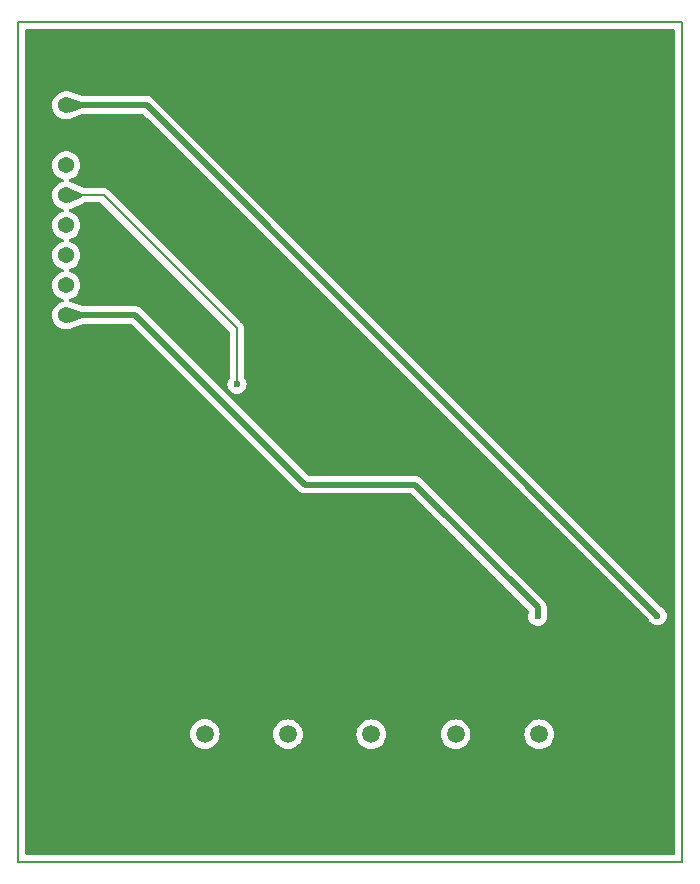
<source format=gbr>
%TF.GenerationSoftware,KiCad,Pcbnew,8.0.4*%
%TF.CreationDate,2024-09-18T19:09:23-07:00*%
%TF.ProjectId,ptpe_pcb,70747065-5f70-4636-922e-6b696361645f,rev?*%
%TF.SameCoordinates,Original*%
%TF.FileFunction,Copper,L2,Bot*%
%TF.FilePolarity,Positive*%
%FSLAX46Y46*%
G04 Gerber Fmt 4.6, Leading zero omitted, Abs format (unit mm)*
G04 Created by KiCad (PCBNEW 8.0.4) date 2024-09-18 19:09:23*
%MOMM*%
%LPD*%
G01*
G04 APERTURE LIST*
%TA.AperFunction,NonConductor*%
%ADD10C,0.200000*%
%TD*%
%TA.AperFunction,ComponentPad*%
%ADD11R,1.498000X1.498000*%
%TD*%
%TA.AperFunction,ComponentPad*%
%ADD12C,1.498000*%
%TD*%
%TA.AperFunction,ComponentPad*%
%ADD13C,1.370000*%
%TD*%
%TA.AperFunction,ViaPad*%
%ADD14C,0.600000*%
%TD*%
%TA.AperFunction,Conductor*%
%ADD15C,0.200000*%
%TD*%
%TA.AperFunction,Conductor*%
%ADD16C,0.500000*%
%TD*%
G04 APERTURE END LIST*
D10*
X105805000Y-54850000D02*
X162045000Y-54850000D01*
X162045000Y-125950000D01*
X105805000Y-125950000D01*
X105805000Y-54850000D01*
D11*
%TO.P,Misc. 1,1*%
%TO.N,GND*%
X117140000Y-121635000D03*
D12*
%TO.P,Misc. 1,2*%
X117140000Y-115135000D03*
%TO.P,Misc. 1,3*%
X121640000Y-121635000D03*
%TO.P,Misc. 1,4*%
%TO.N,Net-(Pico1-GPIO16)*%
X121640000Y-115135000D03*
%TD*%
D11*
%TO.P,Left/Down,1*%
%TO.N,GND*%
X124170000Y-121645000D03*
D12*
%TO.P,Left/Down,2*%
X124170000Y-115145000D03*
%TO.P,Left/Down,3*%
X128670000Y-121645000D03*
%TO.P,Left/Down,4*%
%TO.N,Net-(Pico1-GPIO17)*%
X128670000Y-115145000D03*
%TD*%
D11*
%TO.P,Right/Up,1*%
%TO.N,GND*%
X138370000Y-121650000D03*
D12*
%TO.P,Right/Up,2*%
X138370000Y-115150000D03*
%TO.P,Right/Up,3*%
X142870000Y-121650000D03*
%TO.P,Right/Up,4*%
%TO.N,Net-(Pico1-GPIO19)*%
X142870000Y-115150000D03*
%TD*%
D11*
%TO.P,Select,1*%
%TO.N,GND*%
X131220000Y-121650000D03*
D12*
%TO.P,Select,2*%
X131220000Y-115150000D03*
%TO.P,Select,3*%
X135720000Y-121650000D03*
%TO.P,Select,4*%
%TO.N,Net-(Pico1-GPIO18)*%
X135720000Y-115150000D03*
%TD*%
D11*
%TO.P,Misc. 2,1*%
%TO.N,GND*%
X145450000Y-121650000D03*
D12*
%TO.P,Misc. 2,2*%
X145450000Y-115150000D03*
%TO.P,Misc. 2,3*%
X149950000Y-121650000D03*
%TO.P,Misc. 2,4*%
%TO.N,Net-(Pico1-GPIO20)*%
X149950000Y-115150000D03*
%TD*%
D13*
%TO.P,REF\u002A\u002A,01*%
%TO.N,+5V*%
X109900000Y-61910000D03*
%TO.P,REF\u002A\u002A,02*%
%TO.N,GND*%
X109900000Y-64450000D03*
%TO.P,REF\u002A\u002A,03*%
%TO.N,CS*%
X109900000Y-66990000D03*
%TO.P,REF\u002A\u002A,04*%
%TO.N,RST*%
X109900000Y-69530000D03*
%TO.P,REF\u002A\u002A,05*%
%TO.N,A0*%
X109900000Y-72070000D03*
%TO.P,REF\u002A\u002A,06*%
%TO.N,SDA*%
X109900000Y-74610000D03*
%TO.P,REF\u002A\u002A,07*%
%TO.N,SCL*%
X109900000Y-77150000D03*
%TO.P,REF\u002A\u002A,08*%
%TO.N,+3V3*%
X109900000Y-79690000D03*
%TD*%
D14*
%TO.N,GND*%
X110390000Y-118450000D03*
X110410000Y-119190000D03*
X109710000Y-118450000D03*
X109670000Y-119140000D03*
X148030000Y-118020000D03*
X148050000Y-118760000D03*
X147350000Y-118020000D03*
X147310000Y-118710000D03*
X140940000Y-118030000D03*
X140960000Y-118770000D03*
X140260000Y-118030000D03*
X140220000Y-118720000D03*
X133800000Y-118010000D03*
X133820000Y-118750000D03*
X133120000Y-118010000D03*
X133080000Y-118700000D03*
X126720000Y-118050000D03*
X126740000Y-118790000D03*
X126040000Y-118050000D03*
X126000000Y-118740000D03*
X119680000Y-118880000D03*
X118940000Y-118830000D03*
X119660000Y-118140000D03*
X118980000Y-118140000D03*
%TO.N,RST*%
X124360000Y-85540000D03*
%TO.N,GND*%
X143120000Y-86160000D03*
X128250000Y-95690000D03*
X117340000Y-91330000D03*
X142490000Y-85320000D03*
X117520000Y-105740000D03*
X155300000Y-86110000D03*
X134800000Y-84180000D03*
X127460000Y-77280000D03*
X141760000Y-91310000D03*
X128950000Y-86290000D03*
X155160000Y-121550000D03*
X130030000Y-91260000D03*
X128810000Y-105590000D03*
X142730000Y-91300000D03*
X130000000Y-86290000D03*
X128340000Y-97270000D03*
X154280000Y-86100000D03*
X132290000Y-80680000D03*
X155390000Y-105890000D03*
X113610000Y-97870000D03*
X129020000Y-110850000D03*
X155280000Y-110890000D03*
X155990000Y-121540000D03*
X120420000Y-69970000D03*
X116130000Y-86250000D03*
X130030000Y-110890000D03*
X117440000Y-86250000D03*
X142700000Y-110970000D03*
X154330000Y-91440000D03*
X155380000Y-91440000D03*
X116970000Y-65760000D03*
X124680000Y-73150000D03*
X141530000Y-105520000D03*
X142800000Y-105550000D03*
X130000000Y-105560000D03*
X113610000Y-99140000D03*
X154410000Y-105880000D03*
X141450000Y-110960000D03*
X154440000Y-110920000D03*
X116160000Y-91320000D03*
X116230000Y-105760000D03*
X155520000Y-120570000D03*
X129050000Y-91220000D03*
%TO.N,+5V*%
X159960000Y-105130000D03*
%TO.N,+3V3*%
X149825000Y-105180000D03*
%TD*%
D15*
%TO.N,RST*%
X124360000Y-85540000D02*
X124360000Y-80800000D01*
X124360000Y-80800000D02*
X113090000Y-69530000D01*
X113090000Y-69530000D02*
X109900000Y-69530000D01*
D16*
%TO.N,+3V3*%
X149825000Y-105180000D02*
X149825000Y-104395000D01*
X130100000Y-94020000D02*
X115750000Y-79670000D01*
X149825000Y-104395000D02*
X139450000Y-94020000D01*
X139450000Y-94020000D02*
X130100000Y-94020000D01*
X115750000Y-79670000D02*
X109920000Y-79670000D01*
X109920000Y-79670000D02*
X109900000Y-79690000D01*
%TO.N,+5V*%
X159960000Y-105130000D02*
X116700000Y-61870000D01*
X116700000Y-61870000D02*
X109940000Y-61870000D01*
X109940000Y-61870000D02*
X109900000Y-61910000D01*
%TD*%
%TA.AperFunction,Conductor*%
%TO.N,GND*%
G36*
X161387539Y-55470185D02*
G01*
X161433294Y-55522989D01*
X161444500Y-55574500D01*
X161444500Y-125225500D01*
X161424815Y-125292539D01*
X161372011Y-125338294D01*
X161320500Y-125349500D01*
X106529500Y-125349500D01*
X106462461Y-125329815D01*
X106416706Y-125277011D01*
X106405500Y-125225500D01*
X106405500Y-115134998D01*
X120385727Y-115134998D01*
X120385727Y-115135001D01*
X120404781Y-115352796D01*
X120404783Y-115352807D01*
X120461366Y-115563979D01*
X120461368Y-115563983D01*
X120461369Y-115563987D01*
X120553768Y-115762137D01*
X120553770Y-115762141D01*
X120679167Y-115941226D01*
X120679172Y-115941232D01*
X120833767Y-116095827D01*
X120833773Y-116095832D01*
X121012858Y-116221229D01*
X121012860Y-116221230D01*
X121012863Y-116221232D01*
X121211013Y-116313631D01*
X121422198Y-116370218D01*
X121577770Y-116383828D01*
X121639998Y-116389273D01*
X121640000Y-116389273D01*
X121640002Y-116389273D01*
X121694450Y-116384509D01*
X121857802Y-116370218D01*
X122068987Y-116313631D01*
X122267137Y-116221232D01*
X122446231Y-116095829D01*
X122600829Y-115941231D01*
X122726232Y-115762137D01*
X122818631Y-115563987D01*
X122875218Y-115352802D01*
X122893398Y-115144998D01*
X127415727Y-115144998D01*
X127415727Y-115145001D01*
X127434781Y-115362796D01*
X127434783Y-115362807D01*
X127491366Y-115573979D01*
X127491368Y-115573983D01*
X127491369Y-115573987D01*
X127579105Y-115762137D01*
X127583768Y-115772137D01*
X127583770Y-115772141D01*
X127709167Y-115951226D01*
X127709172Y-115951232D01*
X127863767Y-116105827D01*
X127863773Y-116105832D01*
X128042858Y-116231229D01*
X128042860Y-116231230D01*
X128042863Y-116231232D01*
X128241013Y-116323631D01*
X128241019Y-116323632D01*
X128241020Y-116323633D01*
X128291846Y-116337251D01*
X128452198Y-116380218D01*
X128607770Y-116393828D01*
X128669998Y-116399273D01*
X128670000Y-116399273D01*
X128670002Y-116399273D01*
X128724450Y-116394509D01*
X128887802Y-116380218D01*
X129098987Y-116323631D01*
X129297137Y-116231232D01*
X129476231Y-116105829D01*
X129630829Y-115951231D01*
X129756232Y-115772137D01*
X129848631Y-115573987D01*
X129905218Y-115362802D01*
X129921550Y-115176114D01*
X129923836Y-115149998D01*
X134465727Y-115149998D01*
X134465727Y-115150001D01*
X134484781Y-115367796D01*
X134484783Y-115367807D01*
X134541366Y-115578979D01*
X134541368Y-115578983D01*
X134541369Y-115578987D01*
X134626773Y-115762137D01*
X134633768Y-115777137D01*
X134633770Y-115777141D01*
X134759167Y-115956226D01*
X134759172Y-115956232D01*
X134913767Y-116110827D01*
X134913773Y-116110832D01*
X135092858Y-116236229D01*
X135092860Y-116236230D01*
X135092863Y-116236232D01*
X135291013Y-116328631D01*
X135502198Y-116385218D01*
X135657770Y-116398828D01*
X135719998Y-116404273D01*
X135720000Y-116404273D01*
X135720002Y-116404273D01*
X135777151Y-116399273D01*
X135937802Y-116385218D01*
X136148987Y-116328631D01*
X136347137Y-116236232D01*
X136526231Y-116110829D01*
X136680829Y-115956231D01*
X136806232Y-115777137D01*
X136898631Y-115578987D01*
X136955218Y-115367802D01*
X136974273Y-115150000D01*
X136974273Y-115149998D01*
X141615727Y-115149998D01*
X141615727Y-115150001D01*
X141634781Y-115367796D01*
X141634783Y-115367807D01*
X141691366Y-115578979D01*
X141691368Y-115578983D01*
X141691369Y-115578987D01*
X141776773Y-115762137D01*
X141783768Y-115777137D01*
X141783770Y-115777141D01*
X141909167Y-115956226D01*
X141909172Y-115956232D01*
X142063767Y-116110827D01*
X142063773Y-116110832D01*
X142242858Y-116236229D01*
X142242860Y-116236230D01*
X142242863Y-116236232D01*
X142441013Y-116328631D01*
X142652198Y-116385218D01*
X142807770Y-116398828D01*
X142869998Y-116404273D01*
X142870000Y-116404273D01*
X142870002Y-116404273D01*
X142927151Y-116399273D01*
X143087802Y-116385218D01*
X143298987Y-116328631D01*
X143497137Y-116236232D01*
X143676231Y-116110829D01*
X143830829Y-115956231D01*
X143956232Y-115777137D01*
X144048631Y-115578987D01*
X144105218Y-115367802D01*
X144124273Y-115150000D01*
X144124273Y-115149998D01*
X148695727Y-115149998D01*
X148695727Y-115150001D01*
X148714781Y-115367796D01*
X148714783Y-115367807D01*
X148771366Y-115578979D01*
X148771368Y-115578983D01*
X148771369Y-115578987D01*
X148856773Y-115762137D01*
X148863768Y-115777137D01*
X148863770Y-115777141D01*
X148989167Y-115956226D01*
X148989172Y-115956232D01*
X149143767Y-116110827D01*
X149143773Y-116110832D01*
X149322858Y-116236229D01*
X149322860Y-116236230D01*
X149322863Y-116236232D01*
X149521013Y-116328631D01*
X149732198Y-116385218D01*
X149887770Y-116398828D01*
X149949998Y-116404273D01*
X149950000Y-116404273D01*
X149950002Y-116404273D01*
X150007151Y-116399273D01*
X150167802Y-116385218D01*
X150378987Y-116328631D01*
X150577137Y-116236232D01*
X150756231Y-116110829D01*
X150910829Y-115956231D01*
X151036232Y-115777137D01*
X151128631Y-115578987D01*
X151185218Y-115367802D01*
X151204273Y-115150000D01*
X151203835Y-115144998D01*
X151185218Y-114932203D01*
X151185218Y-114932198D01*
X151128631Y-114721013D01*
X151036232Y-114522864D01*
X150910829Y-114343769D01*
X150756231Y-114189171D01*
X150756227Y-114189168D01*
X150756226Y-114189167D01*
X150577141Y-114063770D01*
X150577137Y-114063768D01*
X150544965Y-114048766D01*
X150378987Y-113971369D01*
X150378983Y-113971368D01*
X150378979Y-113971366D01*
X150167807Y-113914783D01*
X150167803Y-113914782D01*
X150167802Y-113914782D01*
X150167801Y-113914781D01*
X150167796Y-113914781D01*
X149950002Y-113895727D01*
X149949998Y-113895727D01*
X149732203Y-113914781D01*
X149732192Y-113914783D01*
X149521020Y-113971366D01*
X149521011Y-113971370D01*
X149322866Y-114063766D01*
X149143766Y-114189172D01*
X148989172Y-114343766D01*
X148863766Y-114522866D01*
X148778365Y-114706011D01*
X148773702Y-114716011D01*
X148771370Y-114721011D01*
X148771366Y-114721020D01*
X148714783Y-114932192D01*
X148714781Y-114932203D01*
X148695727Y-115149998D01*
X144124273Y-115149998D01*
X144123835Y-115144998D01*
X144105218Y-114932203D01*
X144105218Y-114932198D01*
X144048631Y-114721013D01*
X143956232Y-114522864D01*
X143830829Y-114343769D01*
X143676231Y-114189171D01*
X143676227Y-114189168D01*
X143676226Y-114189167D01*
X143497141Y-114063770D01*
X143497137Y-114063768D01*
X143464965Y-114048766D01*
X143298987Y-113971369D01*
X143298983Y-113971368D01*
X143298979Y-113971366D01*
X143087807Y-113914783D01*
X143087803Y-113914782D01*
X143087802Y-113914782D01*
X143087801Y-113914781D01*
X143087796Y-113914781D01*
X142870002Y-113895727D01*
X142869998Y-113895727D01*
X142652203Y-113914781D01*
X142652192Y-113914783D01*
X142441020Y-113971366D01*
X142441011Y-113971370D01*
X142242866Y-114063766D01*
X142063766Y-114189172D01*
X141909172Y-114343766D01*
X141783766Y-114522866D01*
X141698365Y-114706011D01*
X141693702Y-114716011D01*
X141691370Y-114721011D01*
X141691366Y-114721020D01*
X141634783Y-114932192D01*
X141634781Y-114932203D01*
X141615727Y-115149998D01*
X136974273Y-115149998D01*
X136973835Y-115144998D01*
X136955218Y-114932203D01*
X136955218Y-114932198D01*
X136898631Y-114721013D01*
X136806232Y-114522864D01*
X136680829Y-114343769D01*
X136526231Y-114189171D01*
X136526227Y-114189168D01*
X136526226Y-114189167D01*
X136347141Y-114063770D01*
X136347137Y-114063768D01*
X136314965Y-114048766D01*
X136148987Y-113971369D01*
X136148983Y-113971368D01*
X136148979Y-113971366D01*
X135937807Y-113914783D01*
X135937803Y-113914782D01*
X135937802Y-113914782D01*
X135937801Y-113914781D01*
X135937796Y-113914781D01*
X135720002Y-113895727D01*
X135719998Y-113895727D01*
X135502203Y-113914781D01*
X135502192Y-113914783D01*
X135291020Y-113971366D01*
X135291011Y-113971370D01*
X135092866Y-114063766D01*
X134913766Y-114189172D01*
X134759172Y-114343766D01*
X134633766Y-114522866D01*
X134548365Y-114706011D01*
X134543702Y-114716011D01*
X134541370Y-114721011D01*
X134541366Y-114721020D01*
X134484783Y-114932192D01*
X134484781Y-114932203D01*
X134465727Y-115149998D01*
X129923836Y-115149998D01*
X129924273Y-115145001D01*
X129924273Y-115144998D01*
X129918828Y-115082770D01*
X129905218Y-114927198D01*
X129848631Y-114716013D01*
X129761719Y-114529631D01*
X129756233Y-114517866D01*
X129630830Y-114338770D01*
X129620826Y-114328766D01*
X129476231Y-114184171D01*
X129476227Y-114184168D01*
X129476226Y-114184167D01*
X129297141Y-114058770D01*
X129297137Y-114058768D01*
X129275688Y-114048766D01*
X129098987Y-113966369D01*
X129098983Y-113966368D01*
X129098979Y-113966366D01*
X128887807Y-113909783D01*
X128887803Y-113909782D01*
X128887802Y-113909782D01*
X128887801Y-113909781D01*
X128887796Y-113909781D01*
X128670002Y-113890727D01*
X128669998Y-113890727D01*
X128452203Y-113909781D01*
X128452192Y-113909783D01*
X128241020Y-113966366D01*
X128241011Y-113966370D01*
X128042866Y-114058766D01*
X127863766Y-114184172D01*
X127709172Y-114338766D01*
X127583766Y-114517866D01*
X127491370Y-114716011D01*
X127491366Y-114716020D01*
X127434783Y-114927192D01*
X127434781Y-114927203D01*
X127415727Y-115144998D01*
X122893398Y-115144998D01*
X122894273Y-115135000D01*
X122875218Y-114917198D01*
X122821312Y-114716020D01*
X122818633Y-114706020D01*
X122818632Y-114706019D01*
X122818631Y-114706013D01*
X122726232Y-114507864D01*
X122600829Y-114328769D01*
X122446231Y-114174171D01*
X122446227Y-114174168D01*
X122446226Y-114174167D01*
X122267141Y-114048770D01*
X122267137Y-114048768D01*
X122267133Y-114048766D01*
X122068987Y-113956369D01*
X122068983Y-113956368D01*
X122068979Y-113956366D01*
X121857807Y-113899783D01*
X121857803Y-113899782D01*
X121857802Y-113899782D01*
X121857801Y-113899781D01*
X121857796Y-113899781D01*
X121640002Y-113880727D01*
X121639998Y-113880727D01*
X121422203Y-113899781D01*
X121422192Y-113899783D01*
X121211020Y-113956366D01*
X121211011Y-113956370D01*
X121012866Y-114048766D01*
X120833766Y-114174172D01*
X120679172Y-114328766D01*
X120553766Y-114507866D01*
X120461370Y-114706011D01*
X120461366Y-114706020D01*
X120404783Y-114917192D01*
X120404781Y-114917203D01*
X120385727Y-115134998D01*
X106405500Y-115134998D01*
X106405500Y-66989999D01*
X108709421Y-66989999D01*
X108709421Y-66990000D01*
X108729692Y-67208763D01*
X108789819Y-67420090D01*
X108887749Y-67616759D01*
X109020153Y-67792090D01*
X109159830Y-67919422D01*
X109182516Y-67940103D01*
X109369313Y-68055763D01*
X109574183Y-68135129D01*
X109590141Y-68138112D01*
X109652419Y-68169780D01*
X109687692Y-68230092D01*
X109684758Y-68299900D01*
X109644549Y-68357040D01*
X109590141Y-68381887D01*
X109574183Y-68384871D01*
X109574181Y-68384871D01*
X109574179Y-68384872D01*
X109369314Y-68464236D01*
X109369312Y-68464237D01*
X109182514Y-68579898D01*
X109020153Y-68727909D01*
X108887749Y-68903240D01*
X108789819Y-69099909D01*
X108729692Y-69311236D01*
X108709421Y-69529999D01*
X108709421Y-69530000D01*
X108729692Y-69748763D01*
X108789819Y-69960090D01*
X108887749Y-70156759D01*
X109020153Y-70332090D01*
X109159830Y-70459422D01*
X109182516Y-70480103D01*
X109369313Y-70595763D01*
X109574183Y-70675129D01*
X109590141Y-70678112D01*
X109652419Y-70709780D01*
X109687692Y-70770092D01*
X109684758Y-70839900D01*
X109644549Y-70897040D01*
X109590141Y-70921887D01*
X109574183Y-70924871D01*
X109574181Y-70924871D01*
X109574179Y-70924872D01*
X109369314Y-71004236D01*
X109369312Y-71004237D01*
X109182514Y-71119898D01*
X109020153Y-71267909D01*
X108887749Y-71443240D01*
X108789819Y-71639909D01*
X108729692Y-71851236D01*
X108709421Y-72069999D01*
X108709421Y-72070000D01*
X108729692Y-72288763D01*
X108789819Y-72500090D01*
X108887749Y-72696759D01*
X109020153Y-72872090D01*
X109159830Y-72999422D01*
X109182516Y-73020103D01*
X109369313Y-73135763D01*
X109574183Y-73215129D01*
X109590141Y-73218112D01*
X109652419Y-73249780D01*
X109687692Y-73310092D01*
X109684758Y-73379900D01*
X109644549Y-73437040D01*
X109590141Y-73461887D01*
X109574183Y-73464871D01*
X109574181Y-73464871D01*
X109574179Y-73464872D01*
X109369314Y-73544236D01*
X109369312Y-73544237D01*
X109182514Y-73659898D01*
X109020153Y-73807909D01*
X108887749Y-73983240D01*
X108789819Y-74179909D01*
X108729692Y-74391236D01*
X108709421Y-74609999D01*
X108709421Y-74610000D01*
X108729692Y-74828763D01*
X108789819Y-75040090D01*
X108887749Y-75236759D01*
X109020153Y-75412090D01*
X109159830Y-75539422D01*
X109182516Y-75560103D01*
X109369313Y-75675763D01*
X109574183Y-75755129D01*
X109590141Y-75758112D01*
X109652419Y-75789780D01*
X109687692Y-75850092D01*
X109684758Y-75919900D01*
X109644549Y-75977040D01*
X109590141Y-76001887D01*
X109574183Y-76004871D01*
X109574181Y-76004871D01*
X109574179Y-76004872D01*
X109369314Y-76084236D01*
X109369312Y-76084237D01*
X109182514Y-76199898D01*
X109020153Y-76347909D01*
X108887749Y-76523240D01*
X108789819Y-76719909D01*
X108729692Y-76931236D01*
X108709421Y-77149999D01*
X108709421Y-77150000D01*
X108729692Y-77368763D01*
X108789819Y-77580090D01*
X108887749Y-77776759D01*
X109020153Y-77952090D01*
X109159830Y-78079422D01*
X109182516Y-78100103D01*
X109369313Y-78215763D01*
X109574183Y-78295129D01*
X109590141Y-78298112D01*
X109652419Y-78329780D01*
X109687692Y-78390092D01*
X109684758Y-78459900D01*
X109644549Y-78517040D01*
X109590141Y-78541887D01*
X109574183Y-78544871D01*
X109574181Y-78544871D01*
X109574179Y-78544872D01*
X109369314Y-78624236D01*
X109369312Y-78624237D01*
X109182514Y-78739898D01*
X109020153Y-78887909D01*
X108887749Y-79063240D01*
X108789819Y-79259909D01*
X108729692Y-79471236D01*
X108709421Y-79689999D01*
X108709421Y-79690000D01*
X108729692Y-79908763D01*
X108789819Y-80120090D01*
X108887749Y-80316759D01*
X109020151Y-80492087D01*
X109020152Y-80492089D01*
X109103659Y-80568215D01*
X109182516Y-80640103D01*
X109369313Y-80755763D01*
X109574183Y-80835129D01*
X109790147Y-80875500D01*
X109790149Y-80875500D01*
X110009851Y-80875500D01*
X110009853Y-80875500D01*
X110225817Y-80835129D01*
X110306657Y-80803810D01*
X110325950Y-80798087D01*
X110345954Y-80793885D01*
X111348489Y-80428015D01*
X111391000Y-80420500D01*
X115387770Y-80420500D01*
X115454809Y-80440185D01*
X115475451Y-80456819D01*
X129517049Y-94498416D01*
X129621584Y-94602951D01*
X129621587Y-94602953D01*
X129621588Y-94602954D01*
X129744503Y-94685083D01*
X129744506Y-94685085D01*
X129801079Y-94708518D01*
X129801080Y-94708518D01*
X129881088Y-94741659D01*
X129997241Y-94764763D01*
X130016468Y-94768587D01*
X130026081Y-94770500D01*
X130026082Y-94770500D01*
X130026083Y-94770500D01*
X130173918Y-94770500D01*
X139087770Y-94770500D01*
X139154809Y-94790185D01*
X139175451Y-94806819D01*
X149038181Y-104669549D01*
X149071666Y-104730872D01*
X149074500Y-104757230D01*
X149074500Y-104880028D01*
X149067542Y-104920982D01*
X149039631Y-105000747D01*
X149019435Y-105179996D01*
X149019435Y-105180003D01*
X149039630Y-105359249D01*
X149039631Y-105359254D01*
X149099211Y-105529523D01*
X149163767Y-105632262D01*
X149195184Y-105682262D01*
X149322738Y-105809816D01*
X149475478Y-105905789D01*
X149560573Y-105935565D01*
X149645745Y-105965368D01*
X149645750Y-105965369D01*
X149824996Y-105985565D01*
X149825000Y-105985565D01*
X149825004Y-105985565D01*
X150004249Y-105965369D01*
X150004252Y-105965368D01*
X150004255Y-105965368D01*
X150174522Y-105905789D01*
X150327262Y-105809816D01*
X150454816Y-105682262D01*
X150550789Y-105529522D01*
X150610368Y-105359255D01*
X150616002Y-105309254D01*
X150630565Y-105180003D01*
X150630565Y-105179996D01*
X150610368Y-105000747D01*
X150610368Y-105000745D01*
X150582458Y-104920982D01*
X150575500Y-104880028D01*
X150575500Y-104321081D01*
X150569763Y-104292242D01*
X150569763Y-104292240D01*
X150546660Y-104176095D01*
X150546659Y-104176088D01*
X150492408Y-104045117D01*
X150490765Y-104040525D01*
X150490084Y-104039505D01*
X150457186Y-103990270D01*
X150457185Y-103990268D01*
X150407956Y-103916589D01*
X150407952Y-103916584D01*
X139928421Y-93437052D01*
X139928414Y-93437046D01*
X139854729Y-93387812D01*
X139854729Y-93387813D01*
X139805491Y-93354913D01*
X139668917Y-93298343D01*
X139668907Y-93298340D01*
X139523920Y-93269500D01*
X139523918Y-93269500D01*
X130462229Y-93269500D01*
X130395190Y-93249815D01*
X130374548Y-93233181D01*
X116228421Y-79087052D01*
X116228414Y-79087046D01*
X116154729Y-79037812D01*
X116154729Y-79037813D01*
X116105491Y-79004913D01*
X115968917Y-78948343D01*
X115968907Y-78948340D01*
X115823920Y-78919500D01*
X115823918Y-78919500D01*
X111382040Y-78919500D01*
X111343318Y-78913299D01*
X110330293Y-78580308D01*
X110326969Y-78579341D01*
X110296838Y-78570574D01*
X110296836Y-78570573D01*
X110291561Y-78569039D01*
X110291588Y-78568944D01*
X110277186Y-78564770D01*
X110225826Y-78544874D01*
X110225818Y-78544871D01*
X110222521Y-78544254D01*
X110209858Y-78541887D01*
X110147580Y-78510221D01*
X110112307Y-78449909D01*
X110115241Y-78380101D01*
X110155449Y-78322960D01*
X110209858Y-78298112D01*
X110225817Y-78295129D01*
X110430687Y-78215763D01*
X110617484Y-78100103D01*
X110779848Y-77952088D01*
X110912251Y-77776759D01*
X111010182Y-77580087D01*
X111070307Y-77368768D01*
X111090579Y-77150000D01*
X111070307Y-76931232D01*
X111010182Y-76719913D01*
X110912251Y-76523241D01*
X110779848Y-76347912D01*
X110779846Y-76347909D01*
X110617485Y-76199898D01*
X110617484Y-76199897D01*
X110430687Y-76084237D01*
X110430685Y-76084236D01*
X110225820Y-76004872D01*
X110225819Y-76004871D01*
X110225817Y-76004871D01*
X110209858Y-76001887D01*
X110147580Y-75970221D01*
X110112307Y-75909909D01*
X110115241Y-75840101D01*
X110155449Y-75782960D01*
X110209858Y-75758112D01*
X110225817Y-75755129D01*
X110430687Y-75675763D01*
X110617484Y-75560103D01*
X110779848Y-75412088D01*
X110912251Y-75236759D01*
X111010182Y-75040087D01*
X111070307Y-74828768D01*
X111090579Y-74610000D01*
X111070307Y-74391232D01*
X111010182Y-74179913D01*
X110912251Y-73983241D01*
X110779848Y-73807912D01*
X110779846Y-73807909D01*
X110617485Y-73659898D01*
X110617484Y-73659897D01*
X110430687Y-73544237D01*
X110430685Y-73544236D01*
X110225820Y-73464872D01*
X110225819Y-73464871D01*
X110225817Y-73464871D01*
X110209858Y-73461887D01*
X110147580Y-73430221D01*
X110112307Y-73369909D01*
X110115241Y-73300101D01*
X110155449Y-73242960D01*
X110209858Y-73218112D01*
X110225817Y-73215129D01*
X110430687Y-73135763D01*
X110617484Y-73020103D01*
X110779848Y-72872088D01*
X110912251Y-72696759D01*
X111010182Y-72500087D01*
X111070307Y-72288768D01*
X111090579Y-72070000D01*
X111070307Y-71851232D01*
X111010182Y-71639913D01*
X110912251Y-71443241D01*
X110779848Y-71267912D01*
X110779846Y-71267909D01*
X110617485Y-71119898D01*
X110617484Y-71119897D01*
X110430687Y-71004237D01*
X110430685Y-71004236D01*
X110225820Y-70924872D01*
X110225819Y-70924871D01*
X110225817Y-70924871D01*
X110209858Y-70921887D01*
X110147580Y-70890221D01*
X110112307Y-70829909D01*
X110115241Y-70760101D01*
X110155449Y-70702960D01*
X110209858Y-70678112D01*
X110225817Y-70675129D01*
X110280322Y-70654013D01*
X110354726Y-70625190D01*
X110362199Y-70622566D01*
X110392377Y-70613049D01*
X110414098Y-70602600D01*
X110423056Y-70598719D01*
X110430684Y-70595764D01*
X110430683Y-70595764D01*
X110430687Y-70595763D01*
X110433342Y-70594118D01*
X110444861Y-70587804D01*
X111370166Y-70142754D01*
X111423913Y-70130500D01*
X112789903Y-70130500D01*
X112856942Y-70150185D01*
X112877584Y-70166819D01*
X123723181Y-81012416D01*
X123756666Y-81073739D01*
X123759500Y-81100097D01*
X123759500Y-84957587D01*
X123739815Y-85024626D01*
X123732450Y-85034896D01*
X123730186Y-85037734D01*
X123634211Y-85190476D01*
X123574631Y-85360745D01*
X123574630Y-85360750D01*
X123554435Y-85539996D01*
X123554435Y-85540003D01*
X123574630Y-85719249D01*
X123574631Y-85719254D01*
X123634211Y-85889523D01*
X123730184Y-86042262D01*
X123857738Y-86169816D01*
X124010478Y-86265789D01*
X124180745Y-86325368D01*
X124180750Y-86325369D01*
X124359996Y-86345565D01*
X124360000Y-86345565D01*
X124360004Y-86345565D01*
X124539249Y-86325369D01*
X124539252Y-86325368D01*
X124539255Y-86325368D01*
X124709522Y-86265789D01*
X124862262Y-86169816D01*
X124989816Y-86042262D01*
X125085789Y-85889522D01*
X125145368Y-85719255D01*
X125165565Y-85540000D01*
X125145368Y-85360745D01*
X125085789Y-85190478D01*
X124989816Y-85037738D01*
X124989814Y-85037736D01*
X124989813Y-85037734D01*
X124987550Y-85034896D01*
X124986659Y-85032715D01*
X124986111Y-85031842D01*
X124986264Y-85031745D01*
X124961144Y-84970209D01*
X124960500Y-84957587D01*
X124960500Y-80889059D01*
X124960501Y-80889046D01*
X124960501Y-80720945D01*
X124960501Y-80720943D01*
X124919577Y-80568215D01*
X124875625Y-80492088D01*
X124840520Y-80431284D01*
X124728716Y-80319480D01*
X124728715Y-80319479D01*
X124724385Y-80315149D01*
X124724374Y-80315139D01*
X113577590Y-69168355D01*
X113577588Y-69168352D01*
X113458717Y-69049481D01*
X113458716Y-69049480D01*
X113371904Y-68999360D01*
X113371904Y-68999359D01*
X113371900Y-68999358D01*
X113321785Y-68970423D01*
X113169057Y-68929499D01*
X113010943Y-68929499D01*
X113003347Y-68929499D01*
X113003331Y-68929500D01*
X111423915Y-68929500D01*
X111370167Y-68917246D01*
X110444862Y-68472193D01*
X110433343Y-68465880D01*
X110430696Y-68464241D01*
X110430684Y-68464235D01*
X110423056Y-68461280D01*
X110414108Y-68457402D01*
X110392369Y-68446946D01*
X110392354Y-68446939D01*
X110379165Y-68440828D01*
X110378609Y-68440580D01*
X110378607Y-68440579D01*
X110378595Y-68440574D01*
X110315759Y-68417405D01*
X110309467Y-68415808D01*
X110309601Y-68415276D01*
X110293139Y-68410951D01*
X110225822Y-68384872D01*
X110225817Y-68384871D01*
X110209858Y-68381887D01*
X110147580Y-68350221D01*
X110112307Y-68289909D01*
X110115241Y-68220101D01*
X110155449Y-68162960D01*
X110209858Y-68138112D01*
X110225817Y-68135129D01*
X110430687Y-68055763D01*
X110617484Y-67940103D01*
X110779848Y-67792088D01*
X110912251Y-67616759D01*
X111010182Y-67420087D01*
X111070307Y-67208768D01*
X111090579Y-66990000D01*
X111070307Y-66771232D01*
X111010182Y-66559913D01*
X110912251Y-66363241D01*
X110779848Y-66187912D01*
X110779846Y-66187909D01*
X110617485Y-66039898D01*
X110617484Y-66039897D01*
X110430687Y-65924237D01*
X110430685Y-65924236D01*
X110328252Y-65884554D01*
X110225817Y-65844871D01*
X110009853Y-65804500D01*
X109790147Y-65804500D01*
X109574183Y-65844871D01*
X109574180Y-65844871D01*
X109574180Y-65844872D01*
X109369314Y-65924236D01*
X109369312Y-65924237D01*
X109182514Y-66039898D01*
X109020153Y-66187909D01*
X108887749Y-66363240D01*
X108789819Y-66559909D01*
X108729692Y-66771236D01*
X108709421Y-66989999D01*
X106405500Y-66989999D01*
X106405500Y-61909999D01*
X108709421Y-61909999D01*
X108709421Y-61910000D01*
X108729692Y-62128763D01*
X108789819Y-62340090D01*
X108887749Y-62536759D01*
X109020153Y-62712090D01*
X109159830Y-62839422D01*
X109182516Y-62860103D01*
X109369313Y-62975763D01*
X109574183Y-63055129D01*
X109790147Y-63095500D01*
X109790149Y-63095500D01*
X110009851Y-63095500D01*
X110009853Y-63095500D01*
X110225817Y-63055129D01*
X110313147Y-63021296D01*
X110330362Y-63016030D01*
X110342001Y-63013375D01*
X110354158Y-63010604D01*
X110354161Y-63010603D01*
X111274400Y-62656819D01*
X111347388Y-62628758D01*
X111391885Y-62620500D01*
X116337770Y-62620500D01*
X116404809Y-62640185D01*
X116425451Y-62656819D01*
X159206692Y-105438060D01*
X159229356Y-105474129D01*
X159231188Y-105473247D01*
X159234207Y-105479516D01*
X159265628Y-105529522D01*
X159330184Y-105632262D01*
X159457738Y-105759816D01*
X159610478Y-105855789D01*
X159753367Y-105905788D01*
X159780745Y-105915368D01*
X159780750Y-105915369D01*
X159959996Y-105935565D01*
X159960000Y-105935565D01*
X159960004Y-105935565D01*
X160139249Y-105915369D01*
X160139252Y-105915368D01*
X160139255Y-105915368D01*
X160309522Y-105855789D01*
X160462262Y-105759816D01*
X160589816Y-105632262D01*
X160685789Y-105479522D01*
X160745368Y-105309255D01*
X160759931Y-105180003D01*
X160765565Y-105130003D01*
X160765565Y-105129996D01*
X160745369Y-104950750D01*
X160745368Y-104950745D01*
X160685788Y-104780476D01*
X160638908Y-104705868D01*
X160589816Y-104627738D01*
X160462262Y-104500184D01*
X160309522Y-104404211D01*
X160309516Y-104404207D01*
X160303247Y-104401188D01*
X160304129Y-104399356D01*
X160268060Y-104376692D01*
X117178421Y-61287052D01*
X117178420Y-61287051D01*
X117172716Y-61283240D01*
X117091789Y-61229167D01*
X117055495Y-61204916D01*
X117055488Y-61204912D01*
X116918917Y-61148343D01*
X116918907Y-61148340D01*
X116773920Y-61119500D01*
X116773918Y-61119500D01*
X111373921Y-61119500D01*
X111337020Y-61113882D01*
X110322748Y-60797718D01*
X110287758Y-60787975D01*
X110287867Y-60787582D01*
X110274967Y-60783911D01*
X110225822Y-60764872D01*
X110225817Y-60764871D01*
X110009853Y-60724500D01*
X109790147Y-60724500D01*
X109574183Y-60764871D01*
X109574180Y-60764871D01*
X109574180Y-60764872D01*
X109369314Y-60844236D01*
X109369312Y-60844237D01*
X109182514Y-60959898D01*
X109020153Y-61107909D01*
X108887749Y-61283240D01*
X108789819Y-61479909D01*
X108729692Y-61691236D01*
X108709421Y-61909999D01*
X106405500Y-61909999D01*
X106405500Y-55574500D01*
X106425185Y-55507461D01*
X106477989Y-55461706D01*
X106529500Y-55450500D01*
X161320500Y-55450500D01*
X161387539Y-55470185D01*
G37*
%TD.AperFunction*%
%TD*%
%TA.AperFunction,Conductor*%
%TO.N,RST*%
G36*
X110172690Y-68902237D02*
G01*
X110173246Y-68902485D01*
X111263371Y-69426812D01*
X111269342Y-69433485D01*
X111270000Y-69437355D01*
X111270000Y-69622644D01*
X111266573Y-69630917D01*
X111263371Y-69633188D01*
X110173269Y-70157503D01*
X110164328Y-70158001D01*
X110157654Y-70152030D01*
X110157395Y-70151451D01*
X109900866Y-69534490D01*
X109900855Y-69525538D01*
X110157396Y-68908546D01*
X110163735Y-68902225D01*
X110172690Y-68902237D01*
G37*
%TD.AperFunction*%
%TD*%
%TA.AperFunction,Conductor*%
%TO.N,+3V3*%
G36*
X111257976Y-79417355D02*
G01*
X111264765Y-79423194D01*
X111266022Y-79428470D01*
X111266022Y-79911815D01*
X111262595Y-79920088D01*
X111258333Y-79922806D01*
X110172654Y-80319019D01*
X110163707Y-80318636D01*
X110157840Y-80312520D01*
X109994669Y-79920088D01*
X109900866Y-79694490D01*
X109900855Y-79685538D01*
X110157977Y-79067148D01*
X110164316Y-79060827D01*
X110172433Y-79060527D01*
X111257976Y-79417355D01*
G37*
%TD.AperFunction*%
%TD*%
%TA.AperFunction,Conductor*%
%TO.N,+5V*%
G36*
X111253825Y-61617438D02*
G01*
X111260703Y-61623172D01*
X111262043Y-61628608D01*
X111262043Y-62111963D01*
X111258616Y-62120236D01*
X111254541Y-62122884D01*
X110172766Y-62538770D01*
X110163815Y-62538540D01*
X110157765Y-62532341D01*
X109900866Y-61914490D01*
X109900855Y-61905538D01*
X110158042Y-61286993D01*
X110164380Y-61280673D01*
X110172323Y-61280318D01*
X111253825Y-61617438D01*
G37*
%TD.AperFunction*%
%TD*%
M02*

</source>
